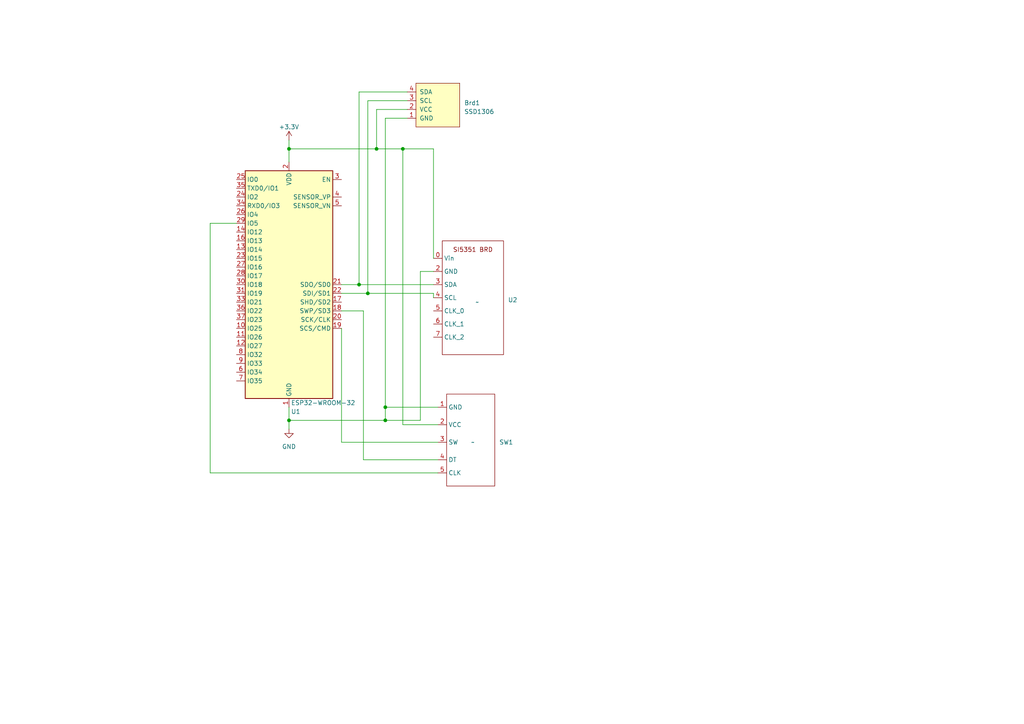
<source format=kicad_sch>
(kicad_sch (version 20230121) (generator eeschema)
  (paper "A4")
  (lib_symbols
    (symbol "ILoveHamRadio:Rotary Encoder"
      (property "Reference" "SW" (at 0 0 0))
      (symbol "Rotary Encoder_0_1"
        (rectangle (start -7.62 13.97) (end 6.35 -12.7))
      )
      (symbol "Rotary Encoder_1_1"
        (pin input line (at -10.16 10.16 0) (length 2.54) (name "GND") (number "1"))
        (pin input line (at -10.16 5.08 0) (length 2.54) (name "VCC") (number "2"))
        (pin output line (at -10.16 0 0) (length 2.54) (name "SW") (number "3"))
        (pin output line (at -10.16 -5.08 0) (length 2.54) (name "DT") (number "4"))
        (pin output line (at -10.16 -8.89 0) (length 2.54) (name "CLK") (number "5"))
      )
    )
    (symbol "ILoveHamRadio:SI5351_Breakout_Board"
      (property "Reference" "U" (at 0 0 0))
      (symbol "SI5351_Breakout_Board_0_1"
        (rectangle (start -10.16 17.78) (end 7.62 -15.24))
      )
      (symbol "SI5351_Breakout_Board_1_1"
        (text "SI5351 BRD" (at -1.27 15.24 0) (effects (font (size 1.27 1.27))))
        (pin input line (at -12.7 12.7 0) (length 2.54) (name "Vin") (number "0"))
        (pin input line (at -12.7 8.89 0) (length 2.54) (name "GND") (number "2"))
        (pin input line (at -12.7 5.08 0) (length 2.54) (name "SDA") (number "3"))
        (pin input line (at -12.7 1.27 0) (length 2.54) (name "SCL") (number "4"))
        (pin output line (at -12.7 -2.54 0) (length 2.54) (name "CLK_0") (number "5"))
        (pin output line (at -12.7 -6.35 0) (length 2.54) (name "CLK_1") (number "6"))
        (pin output line (at -12.7 -10.16 0) (length 2.54) (name "CLK_2") (number "7"))
      )
    )
    (symbol "RF_Module:ESP32-WROOM-32"
      (property "Reference" "U" (at -12.7 34.29 0))
      (property "Value" "ESP32-WROOM-32" (at 1.27 34.29 0))
      (symbol "ESP32-WROOM-32_0_1"
        (rectangle (start -12.7 33.02) (end 12.7 -33.02) (stroke (width 0.254)) (fill (type background)))
      )
      (symbol "ESP32-WROOM-32_1_1"
        (pin power_in line (at 0 -35.56 90) (length 2.54) (name "GND") (number "1"))
        (pin bidirectional line (at 15.24 -12.7 180) (length 2.54) (name "IO25") (number "10"))
        (pin bidirectional line (at 15.24 -15.24 180) (length 2.54) (name "IO26") (number "11"))
        (pin bidirectional line (at 15.24 -17.78 180) (length 2.54) (name "IO27") (number "12"))
        (pin bidirectional line (at 15.24 10.16 180) (length 2.54) (name "IO14") (number "13"))
        (pin bidirectional line (at 15.24 15.24 180) (length 2.54) (name "IO12") (number "14"))
        (pin passive line (at 0 -35.56 90) (length 2.54) hide (name "GND") (number "15"))
        (pin bidirectional line (at 15.24 12.7 180) (length 2.54) (name "IO13") (number "16"))
        (pin bidirectional line (at -15.24 -5.08 0) (length 2.54) (name "SHD/SD2") (number "17"))
        (pin bidirectional line (at -15.24 -7.62 0) (length 2.54) (name "SWP/SD3") (number "18"))
        (pin bidirectional line (at -15.24 -12.7 0) (length 2.54) (name "SCS/CMD") (number "19"))
        (pin power_in line (at 0 35.56 270) (length 2.54) (name "VDD") (number "2"))
        (pin bidirectional line (at -15.24 -10.16 0) (length 2.54) (name "SCK/CLK") (number "20"))
        (pin bidirectional line (at -15.24 0 0) (length 2.54) (name "SDO/SD0") (number "21"))
        (pin bidirectional line (at -15.24 -2.54 0) (length 2.54) (name "SDI/SD1") (number "22"))
        (pin bidirectional line (at 15.24 7.62 180) (length 2.54) (name "IO15") (number "23"))
        (pin bidirectional line (at 15.24 25.4 180) (length 2.54) (name "IO2") (number "24"))
        (pin bidirectional line (at 15.24 30.48 180) (length 2.54) (name "IO0") (number "25"))
        (pin bidirectional line (at 15.24 20.32 180) (length 2.54) (name "IO4") (number "26"))
        (pin bidirectional line (at 15.24 5.08 180) (length 2.54) (name "IO16") (number "27"))
        (pin bidirectional line (at 15.24 2.54 180) (length 2.54) (name "IO17") (number "28"))
        (pin bidirectional line (at 15.24 17.78 180) (length 2.54) (name "IO5") (number "29"))
        (pin input line (at -15.24 30.48 0) (length 2.54) (name "EN") (number "3"))
        (pin bidirectional line (at 15.24 0 180) (length 2.54) (name "IO18") (number "30"))
        (pin bidirectional line (at 15.24 -2.54 180) (length 2.54) (name "IO19") (number "31"))
        (pin no_connect line (at -12.7 -27.94 0) (length 2.54) hide (name "NC") (number "32"))
        (pin bidirectional line (at 15.24 -5.08 180) (length 2.54) (name "IO21") (number "33"))
        (pin bidirectional line (at 15.24 22.86 180) (length 2.54) (name "RXD0/IO3") (number "34"))
        (pin bidirectional line (at 15.24 27.94 180) (length 2.54) (name "TXD0/IO1") (number "35"))
        (pin bidirectional line (at 15.24 -7.62 180) (length 2.54) (name "IO22") (number "36"))
        (pin bidirectional line (at 15.24 -10.16 180) (length 2.54) (name "IO23") (number "37"))
        (pin passive line (at 0 -35.56 90) (length 2.54) hide (name "GND") (number "38"))
        (pin passive line (at 0 -35.56 90) (length 2.54) hide (name "GND") (number "39"))
        (pin input line (at -15.24 25.4 0) (length 2.54) (name "SENSOR_VP") (number "4"))
        (pin input line (at -15.24 22.86 0) (length 2.54) (name "SENSOR_VN") (number "5"))
        (pin input line (at 15.24 -25.4 180) (length 2.54) (name "IO34") (number "6"))
        (pin input line (at 15.24 -27.94 180) (length 2.54) (name "IO35") (number "7"))
        (pin bidirectional line (at 15.24 -20.32 180) (length 2.54) (name "IO32") (number "8"))
        (pin bidirectional line (at 15.24 -22.86 180) (length 2.54) (name "IO33") (number "9"))
      )
    )
    (symbol "SSD1306-128x64_OLED:SSD1306" (pin_names (offset 1.016))
      (property "Reference" "Brd" (at 0 -3.81 0))
      (property "Value" "SSD1306" (at 0 -1.27 0))
      (symbol "SSD1306_0_1"
        (rectangle (start -6.35 6.35) (end 6.35 -6.35) (fill (type background)))
      )
      (symbol "SSD1306_1_1"
        (pin input line (at -3.81 8.89 270) (length 2.54) (name "GND") (number "1"))
        (pin input line (at -1.27 8.89 270) (length 2.54) (name "VCC") (number "2"))
        (pin input line (at 1.27 8.89 270) (length 2.54) (name "SCL") (number "3"))
        (pin input line (at 3.81 8.89 270) (length 2.54) (name "SDA") (number "4"))
      )
    )
    (symbol "power:+3.3V" (power) (pin_names (offset 0))
      (property "Value" "+3.3V" (at 0 3.556 0))
      (symbol "+3.3V_0_1"
        (polyline (pts (xy -0.762 1.27) (xy 0 2.54)))
        (polyline (pts (xy 0 0) (xy 0 2.54)))
        (polyline (pts (xy 0 2.54) (xy 0.762 1.27)))
      )
      (symbol "+3.3V_1_1"
        (pin power_in line (at 0 0 90) (length 0) hide (name "+3.3V") (number "1"))
      )
    )
    (symbol "power:GND" (power) (pin_names (offset 0))
      (property "Value" "GND" (at 0 -3.81 0))
      (symbol "GND_0_1"
        (polyline (pts (xy 0 0) (xy 0 -1.27) (xy 1.27 -1.27) (xy 0 -2.54) (xy -1.27 -1.27) (xy 0 -1.27)))
      )
      (symbol "GND_1_1"
        (pin power_in line (at 0 0 270) (length 0) hide (name "GND") (number "1"))
      )
    )
  )
  (junction (at 109.22 43.18))
  (junction (at 104.14 82.55))
  (junction (at 83.82 121.92))
  (junction (at 106.68 85.09))
  (junction (at 111.76 121.92))
  (junction (at 111.76 118.11))
  (junction (at 116.84 43.18))
  (junction (at 83.82 43.18))
  (wire (pts (xy 125.73 43.18) (xy 116.84 43.18)))
  (wire (pts (xy 60.96 137.16) (xy 60.96 64.77)))
  (wire (pts (xy 83.82 40.64) (xy 83.82 43.18)))
  (wire (pts (xy 99.06 82.55) (xy 104.14 82.55)))
  (wire (pts (xy 127 128.27) (xy 99.06 128.27)))
  (wire (pts (xy 118.11 29.21) (xy 106.68 29.21)))
  (wire (pts (xy 116.84 123.19) (xy 116.84 43.18)))
  (wire (pts (xy 99.06 128.27) (xy 99.06 95.25)))
  (wire (pts (xy 106.68 29.21) (xy 106.68 85.09)))
  (wire (pts (xy 127 133.35) (xy 105.41 133.35)))
  (wire (pts (xy 109.22 43.18) (xy 83.82 43.18)))
  (wire (pts (xy 127 123.19) (xy 116.84 123.19)))
  (wire (pts (xy 105.41 133.35) (xy 105.41 90.17)))
  (wire (pts (xy 121.92 78.74) (xy 121.92 121.92)))
  (wire (pts (xy 125.73 78.74) (xy 121.92 78.74)))
  (wire (pts (xy 111.76 121.92) (xy 83.82 121.92)))
  (wire (pts (xy 83.82 121.92) (xy 83.82 124.46)))
  (wire (pts (xy 104.14 26.67) (xy 104.14 82.55)))
  (wire (pts (xy 83.82 43.18) (xy 83.82 46.99)))
  (wire (pts (xy 99.06 85.09) (xy 106.68 85.09)))
  (wire (pts (xy 104.14 82.55) (xy 125.73 82.55)))
  (wire (pts (xy 111.76 34.29) (xy 111.76 118.11)))
  (wire (pts (xy 118.11 26.67) (xy 104.14 26.67)))
  (wire (pts (xy 83.82 118.11) (xy 83.82 121.92)))
  (wire (pts (xy 111.76 121.92) (xy 121.92 121.92)))
  (wire (pts (xy 125.73 85.09) (xy 125.73 86.36)))
  (wire (pts (xy 109.22 31.75) (xy 109.22 43.18)))
  (wire (pts (xy 105.41 90.17) (xy 99.06 90.17)))
  (wire (pts (xy 118.11 31.75) (xy 109.22 31.75)))
  (wire (pts (xy 106.68 85.09) (xy 125.73 85.09)))
  (wire (pts (xy 60.96 64.77) (xy 68.58 64.77)))
  (wire (pts (xy 127 137.16) (xy 60.96 137.16)))
  (wire (pts (xy 111.76 118.11) (xy 111.76 121.92)))
  (wire (pts (xy 116.84 43.18) (xy 109.22 43.18)))
  (wire (pts (xy 111.76 118.11) (xy 127 118.11)))
  (wire (pts (xy 118.11 34.29) (xy 111.76 34.29)))
  (wire (pts (xy 125.73 43.18) (xy 125.73 74.93)))
  (symbol (lib_id "ILoveHamRadio:Rotary Encoder") (at 137.16 128.27 0) (unit 1)
    (property "Reference" "SW1" (at 144.78 128.27 0) (effects (justify left)))
    (property "Value" "~" (at 137.16 128.27 0))
  )
  (symbol (lib_id "SSD1306-128x64_OLED:SSD1306") (at 127 30.48 90) (unit 1)
    (property "Reference" "Brd1" (at 134.62 29.845 90) (effects (justify right)))
    (property "Value" "SSD1306" (at 134.62 32.385 90) (effects (justify right)))
  )
  (symbol (lib_id "power:+3.3V") (at 83.82 40.64 0) (unit 1)
    (property "Reference" "#PWR01" (effects hide))
    (property "Value" "+3.3V" (at 83.82 36.83 0))
  )
  (symbol (lib_id "ILoveHamRadio:SI5351_Breakout_Board") (at 138.43 87.63 0) (unit 1)
    (property "Reference" "U2" (at 147.32 86.995 0) (effects (justify left)))
    (property "Value" "~" (at 138.43 87.63 0))
  )
  (symbol (lib_id "power:GND") (at 83.82 124.46 0) (unit 1)
    (property "Reference" "#PWR02" (effects hide))
    (property "Value" "GND" (at 83.82 129.54 0))
  )
  (symbol (lib_id "RF_Module:ESP32-WROOM-32") (at 83.82 82.55 0) (mirror y) (unit 1)
    (property "Reference" "U1" (at 84.4041 119.38 0) (effects (justify right)))
    (property "Value" "ESP32-WROOM-32" (at 84.4041 116.84 0) (effects (justify right)))
    (property "Footprint" "RF_Module:ESP32-WROOM-32" (effects hide))
    (property "Datasheet" "https://www.espressif.com/sites/default/files/documentation/esp32-wroom-32_datasheet_en.pdf" (effects hide))
  )
)
</source>
